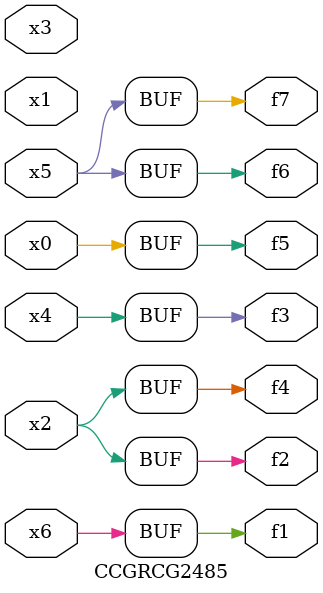
<source format=v>
module CCGRCG2485(
	input x0, x1, x2, x3, x4, x5, x6,
	output f1, f2, f3, f4, f5, f6, f7
);
	assign f1 = x6;
	assign f2 = x2;
	assign f3 = x4;
	assign f4 = x2;
	assign f5 = x0;
	assign f6 = x5;
	assign f7 = x5;
endmodule

</source>
